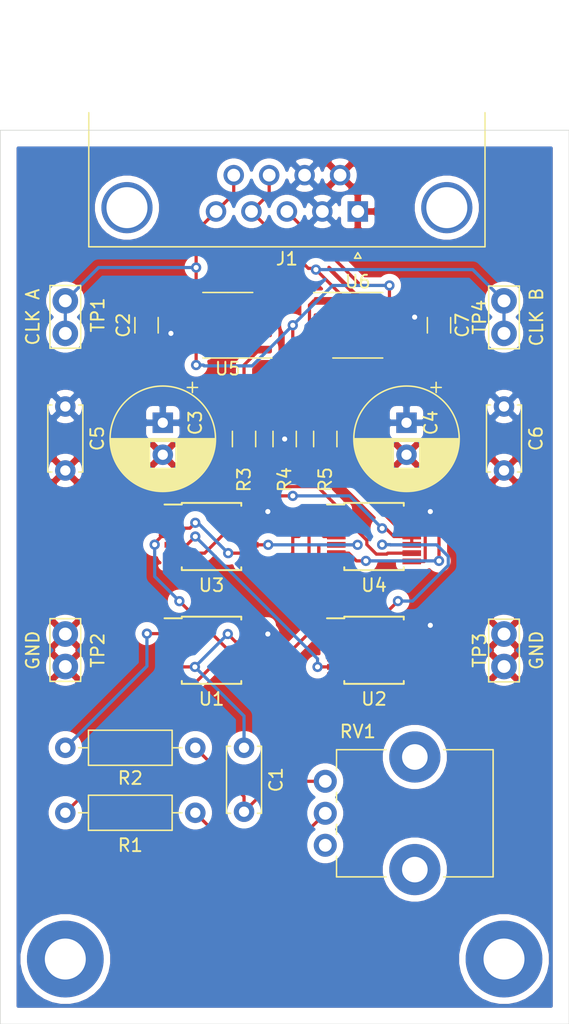
<source format=kicad_pcb>
(kicad_pcb (version 20171130) (host pcbnew 5.1.5-52549c5~84~ubuntu18.04.1)
  (layers (0 F.Cu signal) (31 B.Cu signal) (34 B.Paste user) (35 F.Paste user) (36 B.SilkS user) (37 F.SilkS user) (38 B.Mask user) (39 F.Mask user) (44 Edge.Cuts user))
  (net 0 "")
  (net 1 "Net-(C1-Pad2)")
  (net 2 "Net-(C1-Pad1)")
  (net 3 GND)
  (net 4 +3V3)
  (net 5 clk_a)
  (net 6 clk_b)
  (net 7 clk)
  (net 8 "Net-(R1-Pad2)")
  (net 9 "Net-(R2-Pad2)")
  (net 10 "Net-(RV1-Pad1)")
  (net 11 not_clk)
  (net 12 "Net-(U1-Pad3)")
  (net 13 "Net-(U2-Pad12)")
  (net 14 "Net-(U2-Pad10)")
  (net 15 "Net-(U2-Pad3)")
  (net 16 "Net-(U3-Pad13)")
  (net 17 "Net-(U3-Pad10)")
  (net 18 "Net-(U3-Pad3)")
  (net 19 "Net-(U4-Pad13)")
  (net 20 "Net-(U4-Pad3)")
  (net 21 "Net-(U2-Pad13)")
  (net 22 "Net-(U2-Pad11)")
  (net 23 "Net-(U2-Pad9)")
  (net 24 "Net-(U2-Pad8)")
  (net 25 "Net-(U2-Pad6)")
  (net 26 "Net-(U2-Pad4)")
  (net 27 "Net-(U2-Pad2)")
  (net 28 "Net-(U2-Pad1)")
  (net 29 clkout_a)
  (net 30 clkout_b)
  (net 31 clk_oe)
  (net 32 "Net-(R3-Pad2)")
  (net 33 "Net-(R5-Pad2)")
  (net 34 "Net-(U5-Pad4)")
  (net 35 "Net-(U5-Pad3)")
  (net 36 "Net-(U6-Pad4)")
  (net 37 "Net-(U6-Pad3)")
  (net 38 "Net-(U5-Pad2)")
  (net 39 "Net-(U6-Pad2)")
  (module Package_SO:SOIC-8_3.9x4.9mm_P1.27mm (layer F.Cu) (at 127 74.93)
    (fp_text reference U6 (at 0 -3.4) (layer F.SilkS))
    (fp_text value PI6C49CB04AQ)
    (pad 8 smd roundrect (at 2.475 -1.905) (size 1.95 0.6) (layers F.Cu F.Paste F.Mask) (net 31 clk_oe))
    (pad 7 smd roundrect (at 2.475 -0.635) (size 1.95 0.6) (layers F.Cu F.Paste F.Mask) (net 4 +3V3))
    (pad 6 smd roundrect (at 2.475 0.635) (size 1.95 0.6) (layers F.Cu F.Paste F.Mask) (net 3 GND))
    (pad 5 smd roundrect (at 2.475 1.905) (size 1.95 0.6) (layers F.Cu F.Paste F.Mask) (net 30 clkout_b))
    (pad 4 smd roundrect (at -2.475 1.905) (size 1.95 0.6) (layers F.Cu F.Paste F.Mask) (net 36 "Net-(U6-Pad4)"))
    (pad 3 smd roundrect (at -2.475 0.635) (size 1.95 0.6) (layers F.Cu F.Paste F.Mask) (net 37 "Net-(U6-Pad3)"))
    (pad 2 smd roundrect (at -2.475 -0.635) (size 1.95 0.6) (layers F.Cu F.Paste F.Mask) (net 39 "Net-(U6-Pad2)"))
    (pad 1 smd roundrect (at -2.475 -1.905) (size 1.95 0.6) (layers F.Cu F.Paste F.Mask) (net 6 clk_b))
  )
  (module Package_SO:SOIC-8_3.9x4.9mm_P1.27mm (layer F.Cu) (at 116.84 74.93 180)
    (fp_text reference U5 (at 0 -3.4) (layer F.SilkS))
    (fp_text value PI6C49CB04AQ)
    (pad 8 smd roundrect (at 2.475 -1.905 180) (size 1.95 0.6) (layers F.Cu F.Paste F.Mask) (net 31 clk_oe))
    (pad 7 smd roundrect (at 2.475 -0.635 180) (size 1.95 0.6) (layers F.Cu F.Paste F.Mask) (net 4 +3V3))
    (pad 6 smd roundrect (at 2.475 0.635 180) (size 1.95 0.6) (layers F.Cu F.Paste F.Mask) (net 3 GND))
    (pad 5 smd roundrect (at 2.475 1.905 180) (size 1.95 0.6) (layers F.Cu F.Paste F.Mask) (net 29 clkout_a))
    (pad 4 smd roundrect (at -2.475 1.905 180) (size 1.95 0.6) (layers F.Cu F.Paste F.Mask) (net 34 "Net-(U5-Pad4)"))
    (pad 3 smd roundrect (at -2.475 0.635 180) (size 1.95 0.6) (layers F.Cu F.Paste F.Mask) (net 35 "Net-(U5-Pad3)"))
    (pad 2 smd roundrect (at -2.475 -0.635 180) (size 1.95 0.6) (layers F.Cu F.Paste F.Mask) (net 38 "Net-(U5-Pad2)"))
    (pad 1 smd roundrect (at -2.475 -1.905 180) (size 1.95 0.6) (layers F.Cu F.Paste F.Mask) (net 5 clk_a))
  )
  (module Resistor_SMD:R_1206_3216Metric (layer F.Cu) (at 124.46 83.82 270)
    (fp_text reference R5 (at 3.175 0 90) (layer F.SilkS))
    (fp_text value 33)
    (pad 2 smd roundrect (at 1.4 0 270) (size 1.25 1.75) (layers F.Cu F.Paste F.Mask) (roundrect_rratio 0.2) (net 33 "Net-(R5-Pad2)"))
    (pad 1 smd roundrect (at -1.4 0 270) (size 1.25 1.75) (layers F.Cu F.Paste F.Mask) (roundrect_rratio 0.2) (net 6 clk_b))
  )
  (module Resistor_SMD:R_1206_3216Metric (layer F.Cu) (at 121.285 83.82 270)
    (fp_text reference R4 (at 3.175 0 90) (layer F.SilkS))
    (fp_text value 5k)
    (pad 2 smd roundrect (at 1.4 0 270) (size 1.25 1.75) (layers F.Cu F.Paste F.Mask) (roundrect_rratio 0.2) (net 4 +3V3))
    (pad 1 smd roundrect (at -1.4 0 270) (size 1.25 1.75) (layers F.Cu F.Paste F.Mask) (roundrect_rratio 0.2) (net 31 clk_oe))
  )
  (module Resistor_SMD:R_1206_3216Metric (layer F.Cu) (at 118.11 83.82 270)
    (fp_text reference R3 (at 3.175 0 90) (layer F.SilkS))
    (fp_text value 33)
    (pad 2 smd roundrect (at 1.4 0 270) (size 1.25 1.75) (layers F.Cu F.Paste F.Mask) (roundrect_rratio 0.2) (net 32 "Net-(R3-Pad2)"))
    (pad 1 smd roundrect (at -1.4 0 270) (size 1.25 1.75) (layers F.Cu F.Paste F.Mask) (roundrect_rratio 0.2) (net 5 clk_a))
  )
  (module Capacitor_SMD:C_1206_3216Metric (layer F.Cu) (at 133.35 74.93 270)
    (fp_text reference C7 (at 0 -1.82 90) (layer F.SilkS))
    (fp_text value 0.1uF)
    (pad 2 smd roundrect (at 1.4 0 270) (size 1.25 1.75) (layers F.Cu F.Paste F.Mask) (roundrect_rratio 0.2) (net 3 GND))
    (pad 1 smd roundrect (at -1.4 0 270) (size 1.25 1.75) (layers F.Cu F.Paste F.Mask) (roundrect_rratio 0.2) (net 4 +3V3))
  )
  (module Capacitor_SMD:C_1206_3216Metric (layer F.Cu) (at 110.49 74.93 90)
    (fp_text reference C2 (at 0 -1.82 90) (layer F.SilkS))
    (fp_text value 0.1uF)
    (pad 2 smd roundrect (at 1.4 0 90) (size 1.25 1.75) (layers F.Cu F.Paste F.Mask) (roundrect_rratio 0.2) (net 3 GND))
    (pad 1 smd roundrect (at -1.4 0 90) (size 1.25 1.75) (layers F.Cu F.Paste F.Mask) (roundrect_rratio 0.2) (net 4 +3V3))
  )
  (module Connector_Dsub:DSUB-9_Male_Horizontal_P2.77x2.84mm_EdgePinOffset4.94mm_Housed_MountingHolesOffset7.48mm (layer F.Cu) (at 127 66.04 180)
    (fp_text reference J1 (at 5.54 -3.7) (layer F.SilkS))
    (fp_text value DB9_Male)
    (pad 0 thru_hole circle (at 18.04 0.3 180) (size 4 4) (drill 3.2) (layers *.Cu *.Mask))
    (pad 0 thru_hole circle (at -6.96 0.3 180) (size 4 4) (drill 3.2) (layers *.Cu *.Mask))
    (pad 9 thru_hole circle (at 9.695 2.84 180) (size 1.6 1.6) (drill 1) (layers *.Cu *.Mask) (net 29 clkout_a))
    (pad 8 thru_hole circle (at 6.925 2.84 180) (size 1.6 1.6) (drill 1) (layers *.Cu *.Mask) (net 30 clkout_b))
    (pad 7 thru_hole circle (at 4.155 2.84 180) (size 1.6 1.6) (drill 1) (layers *.Cu *.Mask) (net 4 +3V3))
    (pad 6 thru_hole circle (at 1.385 2.84 180) (size 1.6 1.6) (drill 1) (layers *.Cu *.Mask) (net 3 GND))
    (pad 5 thru_hole circle (at 11.08 0 180) (size 1.6 1.6) (drill 1) (layers *.Cu *.Mask) (net 29 clkout_a))
    (pad 4 thru_hole circle (at 8.31 0 180) (size 1.6 1.6) (drill 1) (layers *.Cu *.Mask) (net 30 clkout_b))
    (pad 3 thru_hole circle (at 5.54 0 180) (size 1.6 1.6) (drill 1) (layers *.Cu *.Mask) (net 31 clk_oe))
    (pad 2 thru_hole circle (at 2.77 0 180) (size 1.6 1.6) (drill 1) (layers *.Cu *.Mask) (net 4 +3V3))
    (pad 1 thru_hole rect (at 0 0 180) (size 1.6 1.6) (drill 1) (layers *.Cu *.Mask) (net 3 GND))
  )
  (module TestPoint:TestPoint_Bridge_Pitch2.54mm_Drill1.0mm (layer F.Cu) (at 138.43 101.6 90)
    (fp_text reference TP3 (at 1.27 -1.905 90) (layer F.SilkS))
    (fp_text value TestPoint)
    (pad 1 thru_hole circle (at 2.54 0 90) (size 2 2) (drill 1) (layers *.Cu *.Mask) (net 3 GND))
    (pad 1 thru_hole circle (at 0 0 90) (size 2 2) (drill 1) (layers *.Cu *.Mask) (net 3 GND))
  )
  (module TestPoint:TestPoint_Bridge_Pitch2.54mm_Drill1.0mm (layer F.Cu) (at 104.14 99.06 270)
    (fp_text reference TP2 (at 1.27 -2.54 90) (layer F.SilkS))
    (fp_text value TestPoint)
    (pad 1 thru_hole circle (at 2.54 0 270) (size 2 2) (drill 1) (layers *.Cu *.Mask) (net 3 GND))
    (pad 1 thru_hole circle (at 0 0 270) (size 2 2) (drill 1) (layers *.Cu *.Mask) (net 3 GND))
  )
  (module TestPoint:TestPoint_Bridge_Pitch2.54mm_Drill1.0mm (layer F.Cu) (at 138.43 75.565 90)
    (fp_text reference TP4 (at 1.27 -1.905 90) (layer F.SilkS))
    (fp_text value TestPoint)
    (pad 1 thru_hole circle (at 2.54 0 90) (size 2 2) (drill 1) (layers *.Cu *.Mask) (net 30 clkout_b))
    (pad 1 thru_hole circle (at 0 0 90) (size 2 2) (drill 1) (layers *.Cu *.Mask) (net 30 clkout_b))
  )
  (module TestPoint:TestPoint_Bridge_Pitch2.54mm_Drill1.0mm (layer F.Cu) (at 104.14 73.025 270)
    (fp_text reference TP1 (at 1.1 -2.54 90) (layer F.SilkS))
    (fp_text value TestPoint)
    (pad 1 thru_hole circle (at 2.54 0 270) (size 2 2) (drill 1) (layers *.Cu *.Mask) (net 29 clkout_a))
    (pad 1 thru_hole circle (at 0 0 270) (size 2 2) (drill 1) (layers *.Cu *.Mask) (net 29 clkout_a))
  )
  (module Package_SO:TSSOP-14_4.4x5mm_P0.65mm (layer F.Cu) (at 128.27 91.44)
    (fp_text reference U4 (at 0 3.81) (layer F.SilkS))
    (fp_text value SN74ALVC00)
    (pad 14 smd rect (at 2.95 -1.95) (size 1.45 0.45) (layers F.Cu F.Paste F.Mask) (net 4 +3V3))
    (pad 13 smd rect (at 2.95 -1.3) (size 1.45 0.45) (layers F.Cu F.Paste F.Mask) (net 19 "Net-(U4-Pad13)"))
    (pad 12 smd rect (at 2.95 -0.65) (size 1.45 0.45) (layers F.Cu F.Paste F.Mask) (net 33 "Net-(R5-Pad2)"))
    (pad 11 smd rect (at 2.95 0) (size 1.45 0.45) (layers F.Cu F.Paste F.Mask) (net 26 "Net-(U2-Pad4)"))
    (pad 10 smd rect (at 2.95 0.65) (size 1.45 0.45) (layers F.Cu F.Paste F.Mask) (net 26 "Net-(U2-Pad4)"))
    (pad 9 smd rect (at 2.95 1.3) (size 1.45 0.45) (layers F.Cu F.Paste F.Mask) (net 20 "Net-(U4-Pad3)"))
    (pad 8 smd rect (at 2.95 1.95) (size 1.45 0.45) (layers F.Cu F.Paste F.Mask) (net 33 "Net-(R5-Pad2)"))
    (pad 7 smd rect (at -2.95 1.95) (size 1.45 0.45) (layers F.Cu F.Paste F.Mask) (net 3 GND))
    (pad 6 smd rect (at -2.95 1.3) (size 1.45 0.45) (layers F.Cu F.Paste F.Mask) (net 19 "Net-(U4-Pad13)"))
    (pad 5 smd rect (at -2.95 0.65) (size 1.45 0.45) (layers F.Cu F.Paste F.Mask) (net 17 "Net-(U3-Pad10)"))
    (pad 4 smd rect (at -2.95 0) (size 1.45 0.45) (layers F.Cu F.Paste F.Mask) (net 11 not_clk))
    (pad 3 smd rect (at -2.95 -0.65) (size 1.45 0.45) (layers F.Cu F.Paste F.Mask) (net 20 "Net-(U4-Pad3)"))
    (pad 2 smd rect (at -2.95 -1.3) (size 1.45 0.45) (layers F.Cu F.Paste F.Mask) (net 11 not_clk))
    (pad 1 smd rect (at -2.95 -1.95) (size 1.45 0.45) (layers F.Cu F.Paste F.Mask) (net 32 "Net-(R3-Pad2)"))
  )
  (module Package_SO:TSSOP-14_4.4x5mm_P0.65mm (layer F.Cu) (at 115.57 91.44)
    (fp_text reference U3 (at 0 3.81) (layer F.SilkS))
    (fp_text value SN74ALVC00)
    (pad 14 smd rect (at 2.95 -1.95) (size 1.45 0.45) (layers F.Cu F.Paste F.Mask) (net 4 +3V3))
    (pad 13 smd rect (at 2.95 -1.3) (size 1.45 0.45) (layers F.Cu F.Paste F.Mask) (net 16 "Net-(U3-Pad13)"))
    (pad 12 smd rect (at 2.95 -0.65) (size 1.45 0.45) (layers F.Cu F.Paste F.Mask) (net 32 "Net-(R3-Pad2)"))
    (pad 11 smd rect (at 2.95 0) (size 1.45 0.45) (layers F.Cu F.Paste F.Mask) (net 17 "Net-(U3-Pad10)"))
    (pad 10 smd rect (at 2.95 0.65) (size 1.45 0.45) (layers F.Cu F.Paste F.Mask) (net 17 "Net-(U3-Pad10)"))
    (pad 9 smd rect (at 2.95 1.3) (size 1.45 0.45) (layers F.Cu F.Paste F.Mask) (net 18 "Net-(U3-Pad3)"))
    (pad 8 smd rect (at 2.95 1.95) (size 1.45 0.45) (layers F.Cu F.Paste F.Mask) (net 32 "Net-(R3-Pad2)"))
    (pad 7 smd rect (at -2.95 1.95) (size 1.45 0.45) (layers F.Cu F.Paste F.Mask) (net 3 GND))
    (pad 6 smd rect (at -2.95 1.3) (size 1.45 0.45) (layers F.Cu F.Paste F.Mask) (net 16 "Net-(U3-Pad13)"))
    (pad 5 smd rect (at -2.95 0.65) (size 1.45 0.45) (layers F.Cu F.Paste F.Mask) (net 25 "Net-(U2-Pad6)"))
    (pad 4 smd rect (at -2.95 0) (size 1.45 0.45) (layers F.Cu F.Paste F.Mask) (net 7 clk))
    (pad 3 smd rect (at -2.95 -0.65) (size 1.45 0.45) (layers F.Cu F.Paste F.Mask) (net 18 "Net-(U3-Pad3)"))
    (pad 2 smd rect (at -2.95 -1.3) (size 1.45 0.45) (layers F.Cu F.Paste F.Mask) (net 7 clk))
    (pad 1 smd rect (at -2.95 -1.95) (size 1.45 0.45) (layers F.Cu F.Paste F.Mask) (net 26 "Net-(U2-Pad4)"))
  )
  (module Package_SO:TSSOP-14_4.4x5mm_P0.65mm (layer F.Cu) (at 128.27 100.33)
    (fp_text reference U2 (at 0 3.81) (layer F.SilkS))
    (fp_text value SN74ALVC00)
    (pad 14 smd rect (at 2.95 -1.95) (size 1.45 0.45) (layers F.Cu F.Paste F.Mask) (net 4 +3V3))
    (pad 13 smd rect (at 2.95 -1.3) (size 1.45 0.45) (layers F.Cu F.Paste F.Mask) (net 21 "Net-(U2-Pad13)"))
    (pad 12 smd rect (at 2.95 -0.65) (size 1.45 0.45) (layers F.Cu F.Paste F.Mask) (net 13 "Net-(U2-Pad12)"))
    (pad 11 smd rect (at 2.95 0) (size 1.45 0.45) (layers F.Cu F.Paste F.Mask) (net 22 "Net-(U2-Pad11)"))
    (pad 10 smd rect (at 2.95 0.65) (size 1.45 0.45) (layers F.Cu F.Paste F.Mask) (net 14 "Net-(U2-Pad10)"))
    (pad 9 smd rect (at 2.95 1.3) (size 1.45 0.45) (layers F.Cu F.Paste F.Mask) (net 23 "Net-(U2-Pad9)"))
    (pad 8 smd rect (at 2.95 1.95) (size 1.45 0.45) (layers F.Cu F.Paste F.Mask) (net 24 "Net-(U2-Pad8)"))
    (pad 7 smd rect (at -2.95 1.95) (size 1.45 0.45) (layers F.Cu F.Paste F.Mask) (net 3 GND))
    (pad 6 smd rect (at -2.95 1.3) (size 1.45 0.45) (layers F.Cu F.Paste F.Mask) (net 25 "Net-(U2-Pad6)"))
    (pad 5 smd rect (at -2.95 0.65) (size 1.45 0.45) (layers F.Cu F.Paste F.Mask) (net 26 "Net-(U2-Pad4)"))
    (pad 4 smd rect (at -2.95 0) (size 1.45 0.45) (layers F.Cu F.Paste F.Mask) (net 26 "Net-(U2-Pad4)"))
    (pad 3 smd rect (at -2.95 -0.65) (size 1.45 0.45) (layers F.Cu F.Paste F.Mask) (net 15 "Net-(U2-Pad3)"))
    (pad 2 smd rect (at -2.95 -1.3) (size 1.45 0.45) (layers F.Cu F.Paste F.Mask) (net 27 "Net-(U2-Pad2)"))
    (pad 1 smd rect (at -2.95 -1.95) (size 1.45 0.45) (layers F.Cu F.Paste F.Mask) (net 28 "Net-(U2-Pad1)"))
  )
  (module Package_SO:TSSOP-14_4.4x5mm_P0.65mm (layer F.Cu) (at 115.57 100.33)
    (fp_text reference U1 (at 0 3.81) (layer F.SilkS))
    (fp_text value SN74ALVC00)
    (pad 14 smd rect (at 2.95 -1.95) (size 1.45 0.45) (layers F.Cu F.Paste F.Mask) (net 4 +3V3))
    (pad 13 smd rect (at 2.95 -1.3) (size 1.45 0.45) (layers F.Cu F.Paste F.Mask) (net 2 "Net-(C1-Pad1)"))
    (pad 12 smd rect (at 2.95 -0.65) (size 1.45 0.45) (layers F.Cu F.Paste F.Mask) (net 2 "Net-(C1-Pad1)"))
    (pad 11 smd rect (at 2.95 0) (size 1.45 0.45) (layers F.Cu F.Paste F.Mask) (net 7 clk))
    (pad 10 smd rect (at 2.95 0.65) (size 1.45 0.45) (layers F.Cu F.Paste F.Mask) (net 7 clk))
    (pad 9 smd rect (at 2.95 1.3) (size 1.45 0.45) (layers F.Cu F.Paste F.Mask) (net 7 clk))
    (pad 8 smd rect (at 2.95 1.95) (size 1.45 0.45) (layers F.Cu F.Paste F.Mask) (net 11 not_clk))
    (pad 7 smd rect (at -2.95 1.95) (size 1.45 0.45) (layers F.Cu F.Paste F.Mask) (net 3 GND))
    (pad 6 smd rect (at -2.95 1.3) (size 1.45 0.45) (layers F.Cu F.Paste F.Mask) (net 2 "Net-(C1-Pad1)"))
    (pad 5 smd rect (at -2.95 0.65) (size 1.45 0.45) (layers F.Cu F.Paste F.Mask) (net 12 "Net-(U1-Pad3)"))
    (pad 4 smd rect (at -2.95 0) (size 1.45 0.45) (layers F.Cu F.Paste F.Mask) (net 12 "Net-(U1-Pad3)"))
    (pad 3 smd rect (at -2.95 -0.65) (size 1.45 0.45) (layers F.Cu F.Paste F.Mask) (net 12 "Net-(U1-Pad3)"))
    (pad 2 smd rect (at -2.95 -1.3) (size 1.45 0.45) (layers F.Cu F.Paste F.Mask) (net 9 "Net-(R2-Pad2)"))
    (pad 1 smd rect (at -2.95 -1.95) (size 1.45 0.45) (layers F.Cu F.Paste F.Mask) (net 9 "Net-(R2-Pad2)"))
  )
  (module Potentiometer_THT:Potentiometer_Bourns_PTV09A-1_Single_Vertical (layer F.Cu) (at 124.46 115.57)
    (fp_text reference RV1 (at 2.54 -8.89) (layer F.SilkS))
    (fp_text value 1M)
    (pad "" np_thru_hole circle (at 7 1.9) (size 4 4) (drill 2) (layers *.Cu *.Mask))
    (pad "" np_thru_hole circle (at 7 -6.9) (size 4 4) (drill 2) (layers *.Cu *.Mask))
    (pad 1 thru_hole circle (at 0 0) (size 1.8 1.8) (drill 1) (layers *.Cu *.Mask) (net 10 "Net-(RV1-Pad1)"))
    (pad 2 thru_hole circle (at 0 -2.5) (size 1.8 1.8) (drill 1) (layers *.Cu *.Mask) (net 8 "Net-(R1-Pad2)"))
    (pad 3 thru_hole circle (at 0 -5) (size 1.8 1.8) (drill 1) (layers *.Cu *.Mask) (net 1 "Net-(C1-Pad2)"))
  )
  (module Resistor_THT:R_Axial_DIN0207_L6.3mm_D2.5mm_P10.16mm_Horizontal (layer F.Cu) (at 114.3 107.95 180)
    (fp_text reference R2 (at 5.08 -2.37) (layer F.SilkS))
    (fp_text value 27K)
    (pad 2 thru_hole oval (at 10.16 0 180) (size 1.6 1.6) (drill 0.8) (layers *.Cu *.Mask) (net 9 "Net-(R2-Pad2)"))
    (pad 1 thru_hole circle (at 0 0 180) (size 1.6 1.6) (drill 0.8) (layers *.Cu *.Mask) (net 1 "Net-(C1-Pad2)"))
  )
  (module Resistor_THT:R_Axial_DIN0207_L6.3mm_D2.5mm_P10.16mm_Horizontal (layer F.Cu) (at 104.14 113.03)
    (fp_text reference R1 (at 5.08 2.54) (layer F.SilkS))
    (fp_text value 2.7K)
    (pad 2 thru_hole oval (at 10.16 0) (size 1.6 1.6) (drill 0.8) (layers *.Cu *.Mask) (net 8 "Net-(R1-Pad2)"))
    (pad 1 thru_hole circle (at 0 0) (size 1.6 1.6) (drill 0.8) (layers *.Cu *.Mask) (net 7 clk))
  )
  (module Capacitor_THT:C_Disc_D5.0mm_W2.5mm_P5.00mm (layer F.Cu) (at 118.11 107.95 270)
    (fp_text reference C1 (at 2.5 -2.5 90) (layer F.SilkS))
    (fp_text value 22pF)
    (pad 2 thru_hole circle (at 5 0 270) (size 1.6 1.6) (drill 0.8) (layers *.Cu *.Mask) (net 1 "Net-(C1-Pad2)"))
    (pad 1 thru_hole circle (at 0 0 270) (size 1.6 1.6) (drill 0.8) (layers *.Cu *.Mask) (net 2 "Net-(C1-Pad1)"))
  )
  (module Capacitor_THT:C_Disc_D5.0mm_W2.5mm_P5.00mm (layer F.Cu) (at 138.43 81.28 270)
    (fp_text reference C6 (at 2.5 -2.5 90) (layer F.SilkS))
    (fp_text value 100nF)
    (pad 2 thru_hole circle (at 5 0 270) (size 1.6 1.6) (drill 0.8) (layers *.Cu *.Mask) (net 3 GND))
    (pad 1 thru_hole circle (at 0 0 270) (size 1.6 1.6) (drill 0.8) (layers *.Cu *.Mask) (net 4 +3V3))
  )
  (module Capacitor_THT:C_Disc_D5.0mm_W2.5mm_P5.00mm (layer F.Cu) (at 104.14 81.28 270)
    (fp_text reference C5 (at 2.5 -2.5 90) (layer F.SilkS))
    (fp_text value 100nF)
    (pad 2 thru_hole circle (at 5 0 270) (size 1.6 1.6) (drill 0.8) (layers *.Cu *.Mask) (net 3 GND))
    (pad 1 thru_hole circle (at 0 0 270) (size 1.6 1.6) (drill 0.8) (layers *.Cu *.Mask) (net 4 +3V3))
  )
  (module Capacitor_THT:CP_Radial_D8.0mm_P2.50mm (layer F.Cu) (at 130.81 82.55 270)
    (fp_text reference C4 (at 0 -1.905 90) (layer F.SilkS))
    (fp_text value 100uF)
    (pad 2 thru_hole circle (at 2.5 0 270) (size 1.6 1.6) (drill 0.8) (layers *.Cu *.Mask) (net 3 GND))
    (pad 1 thru_hole rect (at 0 0 270) (size 1.6 1.6) (drill 0.8) (layers *.Cu *.Mask) (net 4 +3V3))
  )
  (module Capacitor_THT:CP_Radial_D8.0mm_P2.50mm (layer F.Cu) (at 111.76 82.55 270)
    (fp_text reference C3 (at 0 -2.54 90) (layer F.SilkS))
    (fp_text value 100uF)
    (pad 2 thru_hole circle (at 2.5 0 270) (size 1.6 1.6) (drill 0.8) (layers *.Cu *.Mask) (net 3 GND))
    (pad 1 thru_hole rect (at 0 0 270) (size 1.6 1.6) (drill 0.8) (layers *.Cu *.Mask) (net 4 +3V3))
  )
  (gr_line (start 143.51 59.69) (end 143.51 67.31) (layer Edge.Cuts) (width 0.05))
  (gr_line (start 99.06 59.69) (end 143.51 59.69) (layer Edge.Cuts) (width 0.05))
  (gr_line (start 99.06 67.31) (end 99.06 59.69) (layer Edge.Cuts) (width 0.05))
  (gr_text GND (at 101.6 100.33 90) (layer F.SilkS) (effects (font (size 1 1))))
  (gr_text GND (at 140.97 100.33 90) (layer F.SilkS) (effects (font (size 1 1))))
  (gr_text "CLK B" (at 140.97 74.295 90) (layer F.SilkS) (effects (font (size 1 1))))
  (gr_text "CLK A" (at 101.6 74.295 90) (layer F.SilkS) (effects (font (size 1 1))))
  (gr_line (start 99.06 129.54) (end 143.51 129.54) (layer Edge.Cuts) (width 0.05))
  (gr_line (start 99.06 67.31) (end 99.06 129.54) (layer Edge.Cuts) (width 0.05))
  (gr_line (start 143.51 67.31) (end 143.51 129.54) (layer Edge.Cuts) (width 0.05))
  (via (at 104.14 124.46) (size 6) (drill 3.2) (layers F.Cu B.Cu) (net 0))
  (via (at 138.43 124.46) (size 6) (drill 3.2) (layers F.Cu B.Cu) (net 0))
  (segment (start 120.49 110.57) (end 118.11 112.95) (width 0.25) (layer F.Cu) (net 1))
  (segment (start 124.46 110.57) (end 120.49 110.57) (width 0.25) (layer F.Cu) (net 1))
  (segment (start 118.11 111.76) (end 114.3 107.95) (width 0.25) (layer F.Cu) (net 1))
  (segment (start 118.11 112.95) (end 118.11 111.76) (width 0.25) (layer F.Cu) (net 1))
  (segment (start 118.52 99.68) (end 118.52 99.03) (width 0.25) (layer F.Cu) (net 2))
  (segment (start 118.52 99.68) (end 117.46 99.68) (width 0.25) (layer F.Cu) (net 2))
  (segment (start 117.46 99.68) (end 116.84 99.06) (width 0.25) (layer F.Cu) (net 2))
  (segment (start 116.84 99.06) (end 116.84 99.06) (width 0.25) (layer F.Cu) (net 2))
  (via (at 116.84 99.06) (size 0.8) (drill 0.4) (layers F.Cu B.Cu) (net 2))
  (segment (start 112.62 101.63) (end 114.27 101.63) (width 0.25) (layer F.Cu) (net 2))
  (segment (start 114.27 101.63) (end 114.27 101.63) (width 0.25) (layer F.Cu) (net 2))
  (via (at 114.27 101.63) (size 0.8) (drill 0.4) (layers F.Cu B.Cu) (net 2))
  (segment (start 114.27 101.63) (end 116.84 99.06) (width 0.25) (layer B.Cu) (net 2))
  (segment (start 118.11 105.47) (end 114.27 101.63) (width 0.25) (layer B.Cu) (net 2))
  (segment (start 118.11 107.95) (end 118.11 105.47) (width 0.25) (layer B.Cu) (net 2))
  (segment (start 118.52 98.38) (end 119.97 98.38) (width 0.25) (layer F.Cu) (net 4))
  (segment (start 119.97 98.38) (end 119.97 98.38) (width 0.25) (layer F.Cu) (net 4))
  (via (at 119.97 99.06) (size 0.8) (drill 0.4) (layers F.Cu B.Cu) (net 4))
  (segment (start 118.52 89.49) (end 119.97 89.49) (width 0.25) (layer F.Cu) (net 4))
  (segment (start 131.22 89.49) (end 132.67 89.49) (width 0.25) (layer F.Cu) (net 4))
  (segment (start 131.22 98.38) (end 132.67 98.38) (width 0.25) (layer F.Cu) (net 4))
  (segment (start 132.67 89.49) (end 132.67 89.49) (width 0.25) (layer F.Cu) (net 4))
  (via (at 132.67 89.49) (size 0.8) (drill 0.4) (layers F.Cu B.Cu) (net 4))
  (segment (start 132.67 98.38) (end 132.67 98.38) (width 0.25) (layer F.Cu) (net 4))
  (via (at 132.67 98.38) (size 0.8) (drill 0.4) (layers F.Cu B.Cu) (net 4))
  (segment (start 119.97 89.49) (end 119.97 89.49) (width 0.25) (layer F.Cu) (net 4))
  (via (at 119.97 89.49) (size 0.8) (drill 0.4) (layers F.Cu B.Cu) (net 4))
  (segment (start 119.97 98.47) (end 119.97 99.06) (width 0.25) (layer F.Cu) (net 4))
  (segment (start 119.97 98.38) (end 119.97 98.47) (width 0.25) (layer F.Cu) (net 4))
  (segment (start 113.39 75.565) (end 114.365 75.565) (width 0.25) (layer F.Cu) (net 4))
  (segment (start 112.13 75.565) (end 112.395 75.565) (width 0.25) (layer F.Cu) (net 4))
  (segment (start 111.365 76.33) (end 112.13 75.565) (width 0.25) (layer F.Cu) (net 4))
  (segment (start 110.49 76.33) (end 111.365 76.33) (width 0.25) (layer F.Cu) (net 4))
  (segment (start 129.475 74.295) (end 131.445 74.295) (width 0.25) (layer F.Cu) (net 4))
  (segment (start 132.21 73.53) (end 133.35 73.53) (width 0.25) (layer F.Cu) (net 4))
  (segment (start 131.445 74.295) (end 132.21 73.53) (width 0.25) (layer F.Cu) (net 4))
  (segment (start 112.395 75.565) (end 113.39 75.565) (width 0.25) (layer F.Cu) (net 4))
  (via (at 112.395 75.565) (size 0.8) (drill 0.4) (layers F.Cu B.Cu) (net 4))
  (segment (start 131.445 74.295) (end 131.445 74.295) (width 0.25) (layer F.Cu) (net 4))
  (via (at 131.445 74.295) (size 0.8) (drill 0.4) (layers F.Cu B.Cu) (net 4))
  (segment (start 121.285 85.22) (end 121.285 83.82) (width 0.25) (layer F.Cu) (net 4))
  (segment (start 121.285 83.82) (end 121.285 83.82) (width 0.25) (layer F.Cu) (net 4))
  (via (at 121.285 83.82) (size 0.8) (drill 0.4) (layers F.Cu B.Cu) (net 4))
  (segment (start 117.305 64.655) (end 117.305 63.2) (width 0.25) (layer F.Cu) (net 29))
  (segment (start 115.92 66.04) (end 117.305 64.655) (width 0.25) (layer F.Cu) (net 29))
  (segment (start 118.52 93.39) (end 121.24 93.39) (width 0.25) (layer F.Cu) (net 32))
  (segment (start 121.24 93.39) (end 121.92 92.71) (width 0.25) (layer F.Cu) (net 32))
  (segment (start 121.92 92.71) (end 121.92 91.44) (width 0.25) (layer F.Cu) (net 32))
  (segment (start 121.27 90.79) (end 118.52 90.79) (width 0.25) (layer F.Cu) (net 32))
  (segment (start 121.92 91.44) (end 121.27 90.79) (width 0.25) (layer F.Cu) (net 32))
  (segment (start 124.345 89.49) (end 125.32 89.49) (width 0.25) (layer F.Cu) (net 32))
  (segment (start 121.92 91.44) (end 122.395 91.44) (width 0.25) (layer F.Cu) (net 32))
  (segment (start 122.395 91.44) (end 124.345 89.49) (width 0.25) (layer F.Cu) (net 32))
  (segment (start 104.14 75.565) (end 104.14 73.025) (width 0.25) (layer B.Cu) (net 29))
  (segment (start 118.11 78.04) (end 119.315 76.835) (width 0.25) (layer F.Cu) (net 5))
  (segment (start 118.11 82.42) (end 118.11 78.04) (width 0.25) (layer F.Cu) (net 5))
  (segment (start 131.22 90.79) (end 132.195 90.79) (width 0.25) (layer F.Cu) (net 33))
  (segment (start 132.195 90.79) (end 132.270001 90.865001) (width 0.25) (layer F.Cu) (net 33))
  (segment (start 132.195 93.39) (end 131.22 93.39) (width 0.25) (layer F.Cu) (net 33))
  (segment (start 132.270001 93.314999) (end 132.195 93.39) (width 0.25) (layer F.Cu) (net 33))
  (segment (start 132.270001 90.865001) (end 132.270001 93.314999) (width 0.25) (layer F.Cu) (net 33))
  (segment (start 138.43 73.025) (end 138.43 75.565) (width 0.25) (layer B.Cu) (net 30))
  (segment (start 123.22499 82.05999) (end 123.22499 73.35001) (width 0.25) (layer F.Cu) (net 6))
  (segment (start 123.55 73.025) (end 124.525 73.025) (width 0.25) (layer F.Cu) (net 6))
  (segment (start 123.22499 73.35001) (end 123.55 73.025) (width 0.25) (layer F.Cu) (net 6))
  (segment (start 123.585 82.42) (end 123.22499 82.05999) (width 0.25) (layer F.Cu) (net 6))
  (segment (start 124.46 82.42) (end 123.585 82.42) (width 0.25) (layer F.Cu) (net 6))
  (segment (start 120.075 64.655) (end 118.69 66.04) (width 0.25) (layer F.Cu) (net 30))
  (segment (start 120.075 63.2) (end 120.075 64.655) (width 0.25) (layer F.Cu) (net 30))
  (segment (start 118.52 101.63) (end 118.52 100.33) (width 0.25) (layer F.Cu) (net 7))
  (segment (start 111.645 90.14) (end 112.62 90.14) (width 0.25) (layer F.Cu) (net 7))
  (segment (start 111.569999 90.215001) (end 111.645 90.14) (width 0.25) (layer F.Cu) (net 7))
  (segment (start 111.569999 91.364999) (end 111.569999 90.215001) (width 0.25) (layer F.Cu) (net 7))
  (segment (start 111.645 91.44) (end 111.569999 91.364999) (width 0.25) (layer F.Cu) (net 7))
  (segment (start 112.62 91.44) (end 111.645 91.44) (width 0.25) (layer F.Cu) (net 7))
  (segment (start 117.545 100.98) (end 118.52 100.98) (width 0.25) (layer F.Cu) (net 7))
  (segment (start 111.125 91.96) (end 111.125 92.075) (width 0.25) (layer F.Cu) (net 7))
  (segment (start 111.645 91.44) (end 111.125 91.96) (width 0.25) (layer F.Cu) (net 7))
  (segment (start 116.19 100.98) (end 118.52 100.98) (width 0.25) (layer F.Cu) (net 7))
  (segment (start 104.14 113.03) (end 116.19 100.98) (width 0.25) (layer F.Cu) (net 7))
  (segment (start 113.0575 96.4925) (end 117.545 100.98) (width 0.25) (layer F.Cu) (net 7))
  (via (at 113.0575 96.4925) (size 0.8) (drill 0.4) (layers F.Cu B.Cu) (net 7))
  (via (at 111.125 92.075) (size 0.8) (drill 0.4) (layers F.Cu B.Cu) (net 7))
  (segment (start 111.125 94.56) (end 111.125 92.075) (width 0.25) (layer B.Cu) (net 7))
  (segment (start 113.0575 96.4925) (end 111.125 94.56) (width 0.25) (layer B.Cu) (net 7))
  (segment (start 124.46 113.07) (end 122.595 114.935) (width 0.25) (layer F.Cu) (net 8))
  (segment (start 116.205 114.935) (end 114.3 113.03) (width 0.25) (layer F.Cu) (net 8))
  (segment (start 122.595 114.935) (end 116.205 114.935) (width 0.25) (layer F.Cu) (net 8))
  (segment (start 112.62 99.03) (end 112.62 98.38) (width 0.25) (layer F.Cu) (net 9))
  (segment (start 112.62 99.03) (end 110.52 99.03) (width 0.25) (layer F.Cu) (net 9))
  (segment (start 110.52 99.03) (end 110.52 99.03) (width 0.25) (layer F.Cu) (net 9))
  (via (at 110.52 99.03) (size 0.8) (drill 0.4) (layers F.Cu B.Cu) (net 9))
  (segment (start 110.52 101.57) (end 104.14 107.95) (width 0.25) (layer B.Cu) (net 9))
  (segment (start 110.52 99.03) (end 110.52 101.57) (width 0.25) (layer B.Cu) (net 9))
  (segment (start 119.884998 102.28) (end 123.19 98.974998) (width 0.25) (layer F.Cu) (net 11))
  (segment (start 118.52 102.28) (end 119.884998 102.28) (width 0.25) (layer F.Cu) (net 11))
  (segment (start 123.19 91.295) (end 124.345 90.14) (width 0.25) (layer F.Cu) (net 11))
  (segment (start 123.19 98.974998) (end 123.19 91.295) (width 0.25) (layer F.Cu) (net 11))
  (segment (start 124.345 90.14) (end 125.32 90.14) (width 0.25) (layer F.Cu) (net 11))
  (segment (start 124.269999 90.215001) (end 124.345 90.14) (width 0.25) (layer F.Cu) (net 11))
  (segment (start 124.269999 91.364999) (end 124.269999 90.215001) (width 0.25) (layer F.Cu) (net 11))
  (segment (start 124.345 91.44) (end 124.269999 91.364999) (width 0.25) (layer F.Cu) (net 11))
  (segment (start 125.32 91.44) (end 124.345 91.44) (width 0.25) (layer F.Cu) (net 11))
  (segment (start 112.62 99.68) (end 112.62 100.98) (width 0.25) (layer F.Cu) (net 12))
  (segment (start 117.634998 90.14) (end 118.52 90.14) (width 0.25) (layer F.Cu) (net 16))
  (segment (start 115.034998 92.74) (end 117.634998 90.14) (width 0.25) (layer F.Cu) (net 16))
  (segment (start 112.62 92.74) (end 115.034998 92.74) (width 0.25) (layer F.Cu) (net 16))
  (segment (start 118.52 91.44) (end 118.52 92.09) (width 0.25) (layer F.Cu) (net 17))
  (segment (start 118.52 92.09) (end 120 92.09) (width 0.25) (layer F.Cu) (net 17))
  (segment (start 125.32 92.09) (end 126.985 92.09) (width 0.25) (layer F.Cu) (net 17))
  (segment (start 126.985 92.09) (end 126.985 92.09) (width 0.25) (layer F.Cu) (net 17))
  (via (at 126.985 92.09) (size 0.8) (drill 0.4) (layers F.Cu B.Cu) (net 17))
  (segment (start 120 92.09) (end 120 92.09) (width 0.25) (layer F.Cu) (net 17))
  (via (at 120 92.09) (size 0.8) (drill 0.4) (layers F.Cu B.Cu) (net 17))
  (segment (start 120 92.09) (end 126.985 92.09) (width 0.25) (layer B.Cu) (net 17))
  (segment (start 113.876998 90.79) (end 114.3 90.366998) (width 0.25) (layer F.Cu) (net 18))
  (segment (start 112.62 90.79) (end 113.876998 90.79) (width 0.25) (layer F.Cu) (net 18))
  (segment (start 114.3 90.366998) (end 114.3 90.366998) (width 0.25) (layer F.Cu) (net 18))
  (via (at 114.3 90.366998) (size 0.8) (drill 0.4) (layers F.Cu B.Cu) (net 18))
  (segment (start 118.52 92.74) (end 116.87 92.74) (width 0.25) (layer F.Cu) (net 18))
  (segment (start 116.87 92.74) (end 116.87 92.74) (width 0.25) (layer F.Cu) (net 18))
  (via (at 116.87 92.74) (size 0.8) (drill 0.4) (layers F.Cu B.Cu) (net 18))
  (segment (start 114.496998 90.366998) (end 114.3 90.366998) (width 0.25) (layer B.Cu) (net 18))
  (segment (start 116.87 92.74) (end 114.496998 90.366998) (width 0.25) (layer B.Cu) (net 18))
  (segment (start 126.295 92.74) (end 126.9 93.345) (width 0.25) (layer F.Cu) (net 19))
  (segment (start 125.32 92.74) (end 126.295 92.74) (width 0.25) (layer F.Cu) (net 19))
  (segment (start 126.9 93.345) (end 127.635 93.345) (width 0.25) (layer F.Cu) (net 19))
  (segment (start 127.635 93.345) (end 127.635 93.345) (width 0.25) (layer F.Cu) (net 19))
  (segment (start 127.635 93.345) (end 130.81 93.345) (width 0.25) (layer B.Cu) (net 19))
  (segment (start 130.81 93.345) (end 133.35 93.345) (width 0.25) (layer B.Cu) (net 19))
  (via (at 127.635 93.345) (size 0.8) (drill 0.4) (layers F.Cu B.Cu) (net 19))
  (via (at 133.35 93.345) (size 0.8) (drill 0.4) (layers F.Cu B.Cu) (net 19))
  (segment (start 133.35 92.779315) (end 133.35 93.345) (width 0.25) (layer F.Cu) (net 19))
  (segment (start 132.195 90.14) (end 133.35 91.295) (width 0.25) (layer F.Cu) (net 19))
  (segment (start 133.35 91.295) (end 133.35 92.779315) (width 0.25) (layer F.Cu) (net 19))
  (segment (start 131.22 90.14) (end 132.195 90.14) (width 0.25) (layer F.Cu) (net 19))
  (segment (start 126.295 90.79) (end 125.32 90.79) (width 0.25) (layer F.Cu) (net 20))
  (segment (start 126.758002 90.79) (end 126.295 90.79) (width 0.25) (layer F.Cu) (net 20))
  (segment (start 127.710001 91.741999) (end 126.758002 90.79) (width 0.25) (layer F.Cu) (net 20))
  (segment (start 127.710001 92.075) (end 127.710001 91.741999) (width 0.25) (layer F.Cu) (net 20))
  (segment (start 128.450002 92.815001) (end 127.710001 92.075) (width 0.25) (layer F.Cu) (net 20))
  (segment (start 129.268001 92.815001) (end 128.450002 92.815001) (width 0.25) (layer F.Cu) (net 20))
  (segment (start 129.343002 92.74) (end 129.268001 92.815001) (width 0.25) (layer F.Cu) (net 20))
  (segment (start 131.22 92.74) (end 129.343002 92.74) (width 0.25) (layer F.Cu) (net 20))
  (segment (start 112.62 92.09) (end 113.65 92.09) (width 0.25) (layer F.Cu) (net 25))
  (segment (start 113.65 92.09) (end 114.3 91.44) (width 0.25) (layer F.Cu) (net 25))
  (segment (start 114.3 91.44) (end 114.3 91.44) (width 0.25) (layer F.Cu) (net 25))
  (via (at 114.3 91.44) (size 0.8) (drill 0.4) (layers F.Cu B.Cu) (net 25))
  (segment (start 125.32 101.63) (end 123.855 101.63) (width 0.25) (layer F.Cu) (net 25))
  (segment (start 123.855 101.63) (end 123.855 101.63) (width 0.25) (layer F.Cu) (net 25))
  (via (at 123.855 101.63) (size 0.8) (drill 0.4) (layers F.Cu B.Cu) (net 25))
  (segment (start 123.855 100.995) (end 114.3 91.44) (width 0.25) (layer B.Cu) (net 25))
  (segment (start 123.855 101.63) (end 123.855 100.995) (width 0.25) (layer B.Cu) (net 25))
  (segment (start 125.32 100.33) (end 125.32 100.98) (width 0.25) (layer F.Cu) (net 26))
  (segment (start 126.295 100.33) (end 130.14 96.485) (width 0.25) (layer F.Cu) (net 26))
  (segment (start 125.32 100.33) (end 126.295 100.33) (width 0.25) (layer F.Cu) (net 26))
  (segment (start 131.22 91.44) (end 131.22 92.09) (width 0.25) (layer F.Cu) (net 26))
  (segment (start 112.62 89.015) (end 113.37 88.265) (width 0.25) (layer F.Cu) (net 26))
  (segment (start 112.62 89.49) (end 112.62 89.015) (width 0.25) (layer F.Cu) (net 26))
  (segment (start 113.37 88.265) (end 121.92 88.265) (width 0.25) (layer F.Cu) (net 26))
  (via (at 121.92 88.265) (size 0.8) (drill 0.4) (layers F.Cu B.Cu) (net 26))
  (via (at 128.905 90.805) (size 0.8) (drill 0.4) (layers F.Cu B.Cu) (net 26))
  (segment (start 126.365 88.265) (end 121.92 88.265) (width 0.25) (layer B.Cu) (net 26))
  (segment (start 126.365 88.265) (end 128.905 90.805) (width 0.25) (layer B.Cu) (net 26))
  (segment (start 130.245 91.44) (end 131.22 91.44) (width 0.25) (layer F.Cu) (net 26))
  (segment (start 129.821998 91.44) (end 130.245 91.44) (width 0.25) (layer F.Cu) (net 26))
  (segment (start 129.186998 90.805) (end 129.821998 91.44) (width 0.25) (layer F.Cu) (net 26))
  (segment (start 128.905 90.805) (end 129.186998 90.805) (width 0.25) (layer F.Cu) (net 26))
  (via (at 128.905 92.075) (size 0.8) (drill 0.4) (layers F.Cu B.Cu) (net 26))
  (segment (start 130.14 96.485) (end 130.169999 96.455001) (width 0.25) (layer F.Cu) (net 26))
  (via (at 130.14 96.485) (size 0.8) (drill 0.4) (layers F.Cu B.Cu) (net 26))
  (segment (start 129.54 92.09) (end 131.22 92.09) (width 0.25) (layer F.Cu) (net 26))
  (segment (start 129.525 92.075) (end 128.905 92.075) (width 0.25) (layer B.Cu) (net 26))
  (segment (start 131.283002 96.485) (end 134.075001 93.693001) (width 0.25) (layer B.Cu) (net 26))
  (segment (start 130.14 96.485) (end 131.283002 96.485) (width 0.25) (layer B.Cu) (net 26))
  (segment (start 134.075001 93.693001) (end 134.075001 92.996999) (width 0.25) (layer B.Cu) (net 26))
  (segment (start 134.075001 92.996999) (end 133.168002 92.09) (width 0.25) (layer B.Cu) (net 26))
  (segment (start 133.168002 92.09) (end 129.54 92.09) (width 0.25) (layer B.Cu) (net 26))
  (segment (start 129.54 92.09) (end 129.525 92.075) (width 0.25) (layer B.Cu) (net 26))
  (segment (start 129.525 92.075) (end 128.905 92.075) (width 0.25) (layer F.Cu) (net 26))
  (segment (start 129.54 92.09) (end 129.525 92.075) (width 0.25) (layer F.Cu) (net 26))
  (segment (start 114.365 67.595) (end 115.92 66.04) (width 0.25) (layer F.Cu) (net 29))
  (segment (start 114.365 73.025) (end 114.365 70.42) (width 0.25) (layer F.Cu) (net 29))
  (segment (start 114.365 70.42) (end 114.365 67.595) (width 0.25) (layer F.Cu) (net 29))
  (via (at 114.365 70.42) (size 0.8) (drill 0.4) (layers F.Cu B.Cu) (net 29))
  (segment (start 106.745 70.42) (end 104.14 73.025) (width 0.25) (layer B.Cu) (net 29))
  (segment (start 114.365 70.42) (end 106.745 70.42) (width 0.25) (layer B.Cu) (net 29))
  (segment (start 129.475 76.835) (end 127 76.835) (width 0.25) (layer F.Cu) (net 30))
  (segment (start 127 76.835) (end 126.365 76.2) (width 0.25) (layer F.Cu) (net 30))
  (segment (start 126.365 73.218232) (end 123.728384 70.581616) (width 0.25) (layer F.Cu) (net 30))
  (segment (start 126.365 76.2) (end 126.365 73.218232) (width 0.25) (layer F.Cu) (net 30))
  (segment (start 123.135 70.485) (end 118.69 66.04) (width 0.25) (layer F.Cu) (net 30))
  (segment (start 123.631768 70.485) (end 123.135 70.485) (width 0.25) (layer F.Cu) (net 30))
  (segment (start 123.728384 70.581616) (end 123.631768 70.485) (width 0.25) (layer F.Cu) (net 30))
  (via (at 123.728384 70.581616) (size 0.8) (drill 0.4) (layers F.Cu B.Cu) (net 30))
  (segment (start 135.986616 70.581616) (end 138.43 73.025) (width 0.25) (layer B.Cu) (net 30))
  (segment (start 123.728384 70.581616) (end 135.986616 70.581616) (width 0.25) (layer B.Cu) (net 30))
  (segment (start 121.285 81.795) (end 121.92 81.16) (width 0.25) (layer F.Cu) (net 31))
  (segment (start 121.285 82.42) (end 121.285 81.795) (width 0.25) (layer F.Cu) (net 31))
  (segment (start 121.92 81.16) (end 121.92 74.93) (width 0.25) (layer F.Cu) (net 31))
  (segment (start 121.92 74.93) (end 121.92 74.93) (width 0.25) (layer F.Cu) (net 31))
  (via (at 121.92 74.93) (size 0.8) (drill 0.4) (layers F.Cu B.Cu) (net 31))
  (segment (start 114.365 76.835) (end 114.365 78.04) (width 0.25) (layer F.Cu) (net 31))
  (segment (start 129.475 73.025) (end 129.475 71.82) (width 0.25) (layer F.Cu) (net 31))
  (segment (start 129.475 71.82) (end 129.475 71.82) (width 0.25) (layer F.Cu) (net 31))
  (via (at 129.475 71.82) (size 0.8) (drill 0.4) (layers F.Cu B.Cu) (net 31))
  (segment (start 114.365 78.04) (end 114.365 78.04) (width 0.25) (layer F.Cu) (net 31))
  (via (at 114.365 78.04) (size 0.8) (drill 0.4) (layers F.Cu B.Cu) (net 31))
  (segment (start 125.03 71.82) (end 121.92 74.93) (width 0.25) (layer B.Cu) (net 31))
  (segment (start 129.475 71.82) (end 125.03 71.82) (width 0.25) (layer B.Cu) (net 31))
  (segment (start 114.930685 78.04) (end 114.995685 78.105) (width 0.25) (layer B.Cu) (net 31))
  (segment (start 114.365 78.04) (end 114.930685 78.04) (width 0.25) (layer B.Cu) (net 31))
  (segment (start 118.745 78.105) (end 121.92 74.93) (width 0.25) (layer B.Cu) (net 31))
  (segment (start 114.995685 78.105) (end 118.745 78.105) (width 0.25) (layer B.Cu) (net 31))
  (segment (start 127.24 71.82) (end 129.475 71.82) (width 0.25) (layer F.Cu) (net 31))
  (segment (start 121.46 66.04) (end 127.24 71.82) (width 0.25) (layer F.Cu) (net 31))
  (segment (start 119.804999 87.539999) (end 123.844999 87.539999) (width 0.25) (layer F.Cu) (net 32))
  (segment (start 123.844999 87.539999) (end 125.32 89.015) (width 0.25) (layer F.Cu) (net 32))
  (segment (start 118.11 85.845) (end 119.804999 87.539999) (width 0.25) (layer F.Cu) (net 32))
  (segment (start 125.32 89.015) (end 125.32 89.49) (width 0.25) (layer F.Cu) (net 32))
  (segment (start 118.11 85.22) (end 118.11 85.845) (width 0.25) (layer F.Cu) (net 32))
  (segment (start 130.245 90.79) (end 131.22 90.79) (width 0.25) (layer F.Cu) (net 33))
  (segment (start 130.16 90.79) (end 130.245 90.79) (width 0.25) (layer F.Cu) (net 33))
  (segment (start 124.59 85.22) (end 130.16 90.79) (width 0.25) (layer F.Cu) (net 33))
  (segment (start 124.46 85.22) (end 124.59 85.22) (width 0.25) (layer F.Cu) (net 33))
  (zone (net 3) (net_name GND) (layer F.Cu) (connect_pads (clearance 0.508)) (min_thickness 0.254) (fill yes (arc_segments 32) (thermal_gap 0.508) (thermal_bridge_width 0.508))
    (polygon (pts (xy 142.24 128.27) (xy 100.33 128.27) (xy 100.33 60.96) (xy 142.24 60.96)))
  )
  (zone (net 4) (net_name +3V3) (layer B.Cu) (connect_pads (clearance 0.508)) (min_thickness 0.254) (fill yes (arc_segments 32) (thermal_gap 0.508) (thermal_bridge_width 0.508))
    (polygon (pts (xy 142.24 128.27) (xy 100.33 128.27) (xy 100.33 60.96) (xy 142.24 60.96)))
  )
)
</source>
